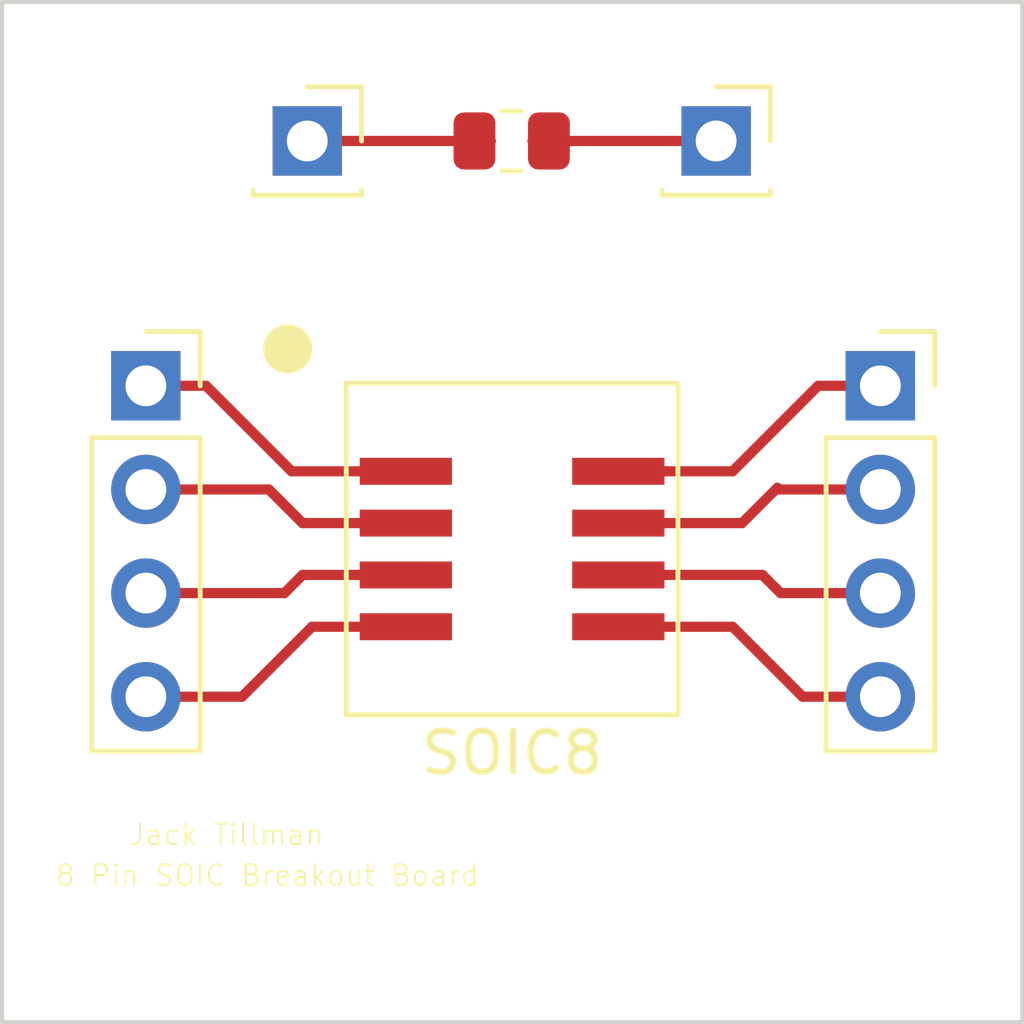
<source format=kicad_pcb>
(kicad_pcb (version 20211014) (generator pcbnew)
  (layers (0 "F.Cu" signal) (31 "B.Cu" signal) (34 "B.Paste" user) (35 "F.Paste" user) (36 "B.SilkS" user "B.Silkscreen") (37 "F.SilkS" user "F.Silkscreen") (38 "B.Mask" user) (39 "F.Mask" user) (44 "Edge.Cuts" user))
  (net 0 "")
  (net 1 "Net-(J1-Pad1)")
  (net 2 "Net-(J1-Pad2)")
  (net 3 "Net-(J1-Pad3)")
  (net 4 "Net-(J1-Pad4)")
  (net 5 "Net-(J2-Pad1)")
  (net 6 "Net-(J2-Pad2)")
  (net 7 "Net-(J2-Pad3)")
  (net 8 "Net-(J3-Pad1)")
  (net 9 "Net-(J4-Pad1)")
  (net 10 "Net-(J2-Pad4)")
  (footprint "Connector_PinSocket_2.54mm:PinSocket_1x04_P2.54mm_Vertical" (layer "F.Cu") (at 145.525 97.405)
    (fp_text reference "J1" hide)
    (fp_text value "Conn_01x04" hide)
    (fp_line (start -1.33 1.27) (end 1.33 1.27) (layer "F.SilkS") (width 0.12))
    (fp_line (start -1.33 8.95) (end 1.33 8.95) (layer "F.SilkS") (width 0.12))
    (fp_line (start 0 -1.33) (end 1.33 -1.33) (layer "F.SilkS") (width 0.12))
    (fp_line (start 1.33 1.27) (end 1.33 8.95) (layer "F.SilkS") (width 0.12))
    (fp_line (start -1.33 1.27) (end -1.33 8.95) (layer "F.SilkS") (width 0.12))
    (fp_line (start 1.33 -1.33) (end 1.33 0) (layer "F.SilkS") (width 0.12))
    (pad "1" thru_hole rect (at 0 0) (size 1.7 1.7) (drill 1) (layers *.Cu *.Mask) (net 1 "Net-(J1-Pad1)"))
    (pad "2" thru_hole oval (at 0 2.54) (size 1.7 1.7) (drill 1) (layers *.Cu *.Mask) (net 2 "Net-(J1-Pad2)"))
    (pad "3" thru_hole oval (at 0 5.08) (size 1.7 1.7) (drill 1) (layers *.Cu *.Mask) (net 3 "Net-(J1-Pad3)"))
    (pad "4" thru_hole oval (at 0 7.62) (size 1.7 1.7) (drill 1) (layers *.Cu *.Mask) (net 4 "Net-(J1-Pad4)"))
  )
  (footprint "Connector_PinSocket_2.54mm:PinSocket_1x04_P2.54mm_Vertical" (layer "F.Cu") (at 163.525 97.405)
    (fp_text reference "J2" hide)
    (fp_text value "Conn_01x04" hide)
    (fp_line (start -1.33 1.27) (end 1.33 1.27) (layer "F.SilkS") (width 0.12))
    (fp_line (start 1.33 1.27) (end 1.33 8.95) (layer "F.SilkS") (width 0.12))
    (fp_line (start -1.33 1.27) (end -1.33 8.95) (layer "F.SilkS") (width 0.12))
    (fp_line (start 0 -1.33) (end 1.33 -1.33) (layer "F.SilkS") (width 0.12))
    (fp_line (start -1.33 8.95) (end 1.33 8.95) (layer "F.SilkS") (width 0.12))
    (fp_line (start 1.33 -1.33) (end 1.33 0) (layer "F.SilkS") (width 0.12))
    (pad "1" thru_hole rect (at 0 0) (size 1.7 1.7) (drill 1) (layers *.Cu *.Mask) (net 5 "Net-(J2-Pad1)"))
    (pad "2" thru_hole oval (at 0 2.54) (size 1.7 1.7) (drill 1) (layers *.Cu *.Mask) (net 6 "Net-(J2-Pad2)"))
    (pad "3" thru_hole oval (at 0 5.08) (size 1.7 1.7) (drill 1) (layers *.Cu *.Mask) (net 7 "Net-(J2-Pad3)"))
    (pad "4" thru_hole oval (at 0 7.62) (size 1.7 1.7) (drill 1) (layers *.Cu *.Mask) (net 10 "Net-(J2-Pad4)"))
  )
  (footprint "SOIC_Footprints:8_Pin_SOIC_Board" (layer "F.Cu") (at 154.5 101.405)
    (fp_text reference "SOIC8" (at 0 5 unlocked) (layer "F.SilkS"))
    (fp_text value "8_Pin_SOIC_Board" hide)
    (fp_rect (start -4.064 -4.064) (end 4.064 4.064) (layer "F.SilkS") (width 0.12) (fill none))
    (pad "1" smd rect (at -2.6035 -1.905) (size 2.2606 0.6604) (layers "F.Cu" "F.Paste" "F.Mask") (net 1 "Net-(J1-Pad1)"))
    (pad "2" smd rect (at -2.6035 -0.635) (size 2.2606 0.6604) (layers "F.Cu" "F.Paste" "F.Mask") (net 2 "Net-(J1-Pad2)"))
    (pad "3" smd rect (at -2.6035 0.635) (size 2.2606 0.6604) (layers "F.Cu" "F.Paste" "F.Mask") (net 3 "Net-(J1-Pad3)"))
    (pad "4" smd rect (at -2.6035 1.905) (size 2.2606 0.6604) (layers "F.Cu" "F.Paste" "F.Mask") (net 4 "Net-(J1-Pad4)"))
    (pad "5" smd rect (at 2.6035 1.905) (size 2.2606 0.6604) (layers "F.Cu" "F.Paste" "F.Mask") (net 10 "Net-(J2-Pad4)"))
    (pad "6" smd rect (at 2.6035 0.635) (size 2.2606 0.6604) (layers "F.Cu" "F.Paste" "F.Mask") (net 7 "Net-(J2-Pad3)"))
    (pad "7" smd rect (at 2.6035 -0.635) (size 2.2606 0.6604) (layers "F.Cu" "F.Paste" "F.Mask") (net 6 "Net-(J2-Pad2)"))
    (pad "8" smd rect (at 2.6035 -1.905) (size 2.2606 0.6604) (layers "F.Cu" "F.Paste" "F.Mask") (net 5 "Net-(J2-Pad1)"))
  )
  (footprint "Connector_PinSocket_2.54mm:PinSocket_1x01_P2.54mm_Vertical" (layer "F.Cu") (at 159.5 91.405)
    (fp_text reference "J3" hide)
    (fp_text value "Conn_01x01" hide)
    (fp_line (start 0 -1.33) (end 1.33 -1.33) (layer "F.SilkS") (width 0.12))
    (fp_line (start -1.33 1.33) (end 1.33 1.33) (layer "F.SilkS") (width 0.12))
    (fp_line (start 1.33 -1.33) (end 1.33 0) (layer "F.SilkS") (width 0.12))
    (fp_line (start 1.33 1.21) (end 1.33 1.33) (layer "F.SilkS") (width 0.12))
    (fp_line (start -1.33 1.21) (end -1.33 1.33) (layer "F.SilkS") (width 0.12))
    (pad "1" thru_hole rect (at 0 0) (size 1.7 1.7) (drill 1) (layers *.Cu *.Mask) (net 8 "Net-(J3-Pad1)"))
  )
  (footprint "Resistor_SMD:R_0805_2012Metric" (layer "F.Cu") (at 154.49 91.405)
    (fp_text reference "R1" hide)
    (fp_text value "R_US" hide)
    (fp_line (start -0.227064 0.735) (end 0.227064 0.735) (layer "F.SilkS") (width 0.12))
    (fp_line (start -0.227064 -0.735) (end 0.227064 -0.735) (layer "F.SilkS") (width 0.12))
    (pad "1" smd roundrect (at -0.9125 0) (size 1.025 1.4) (layers "F.Cu" "F.Paste" "F.Mask") (roundrect_rratio 0.243902) (net 9 "Net-(J4-Pad1)"))
    (pad "2" smd roundrect (at 0.9125 0) (size 1.025 1.4) (layers "F.Cu" "F.Paste" "F.Mask") (roundrect_rratio 0.243902) (net 8 "Net-(J3-Pad1)"))
  )
  (footprint "Connector_PinSocket_2.54mm:PinSocket_1x01_P2.54mm_Vertical" (layer "F.Cu") (at 149.48 91.405)
    (fp_text reference "J4" hide)
    (fp_text value "Conn_01x01" hide)
    (fp_line (start -1.33 1.33) (end 1.33 1.33) (layer "F.SilkS") (width 0.12))
    (fp_line (start 1.33 1.21) (end 1.33 1.33) (layer "F.SilkS") (width 0.12))
    (fp_line (start 1.33 -1.33) (end 1.33 0) (layer "F.SilkS") (width 0.12))
    (fp_line (start 0 -1.33) (end 1.33 -1.33) (layer "F.SilkS") (width 0.12))
    (fp_line (start -1.33 1.21) (end -1.33 1.33) (layer "F.SilkS") (width 0.12))
    (pad "1" thru_hole rect (at 0 0) (size 1.7 1.7) (drill 1) (layers *.Cu *.Mask) (net 9 "Net-(J4-Pad1)"))
  )
  (gr_circle (center 149 96.5) (end 149.5 96.5) (layer "F.SilkS") (width 0.2) (fill solid))
  (gr_rect (start 142 88) (end 167 113) (layer "Edge.Cuts") (width 0.1) (fill none))
  (gr_text "8 Pin SOIC Breakout Board" (at 148.5 109.405) (layer "F.SilkS") (effects (font (size 0.5 0.5) (thickness 0.05))))
  (gr_text "Jack Tillman" (at 147.5 108.405) (layer "F.SilkS") (effects (font (size 0.5 0.5) (thickness 0.05))))
  (segment (start 149.095 99.5) (end 147 97.405) (width 0.25) (layer "F.Cu") (net 1))
  (segment (start 147 97.405) (end 145.525 97.405) (width 0.25) (layer "F.Cu") (net 1))
  (segment (start 151.8965 99.5) (end 149.095 99.5) (width 0.25) (layer "F.Cu") (net 1))
  (segment (start 149.365 100.77) (end 148.54 99.945) (width 0.25) (layer "F.Cu") (net 2))
  (segment (start 148.54 99.945) (end 145.525 99.945) (width 0.25) (layer "F.Cu") (net 2))
  (segment (start 151.8965 100.77) (end 149.365 100.77) (width 0.25) (layer "F.Cu") (net 2))
  (segment (start 149.365 102.04) (end 148.92 102.485) (width 0.25) (layer "F.Cu") (net 3))
  (segment (start 148.92 102.485) (end 145.525 102.485) (width 0.25) (layer "F.Cu") (net 3))
  (segment (start 151.8965 102.04) (end 149.365 102.04) (width 0.25) (layer "F.Cu") (net 3))
  (segment (start 149.595 103.31) (end 147.88 105.025) (width 0.25) (layer "F.Cu") (net 4))
  (segment (start 147.88 105.025) (end 145.525 105.025) (width 0.25) (layer "F.Cu") (net 4))
  (segment (start 151.8965 103.31) (end 149.595 103.31) (width 0.25) (layer "F.Cu") (net 4))
  (segment (start 159.905 99.5) (end 162 97.405) (width 0.25) (layer "F.Cu") (net 5))
  (segment (start 162 97.405) (end 163.525 97.405) (width 0.25) (layer "F.Cu") (net 5))
  (segment (start 157.1035 99.5) (end 159.905 99.5) (width 0.25) (layer "F.Cu") (net 5))
  (segment (start 161.04 99.945) (end 163.525 99.945) (width 0.25) (layer "F.Cu") (net 6))
  (segment (start 161 99.905) (end 161.04 99.945) (width 0.25) (layer "F.Cu") (net 6))
  (segment (start 160.135 100.77) (end 161 99.905) (width 0.25) (layer "F.Cu") (net 6))
  (segment (start 157.1035 100.77) (end 160.135 100.77) (width 0.25) (layer "F.Cu") (net 6))
  (segment (start 160.635 102.04) (end 161.08 102.485) (width 0.25) (layer "F.Cu") (net 7))
  (segment (start 157.1035 102.04) (end 160.635 102.04) (width 0.25) (layer "F.Cu") (net 7))
  (segment (start 161.08 102.485) (end 163.525 102.485) (width 0.25) (layer "F.Cu") (net 7))
  (segment (start 158.98 91.405) (end 155 91.405) (width 0.25) (layer "F.Cu") (net 8))
  (segment (start 153.98 91.405) (end 149.48 91.405) (width 0.25) (layer "F.Cu") (net 9))
  (segment (start 159.905 103.31) (end 161.62 105.025) (width 0.25) (layer "F.Cu") (net 10))
  (segment (start 157.1035 103.31) (end 159.905 103.31) (width 0.25) (layer "F.Cu") (net 10))
  (segment (start 161.62 105.025) (end 163.525 105.025) (width 0.25) (layer "F.Cu") (net 10))
)
</source>
